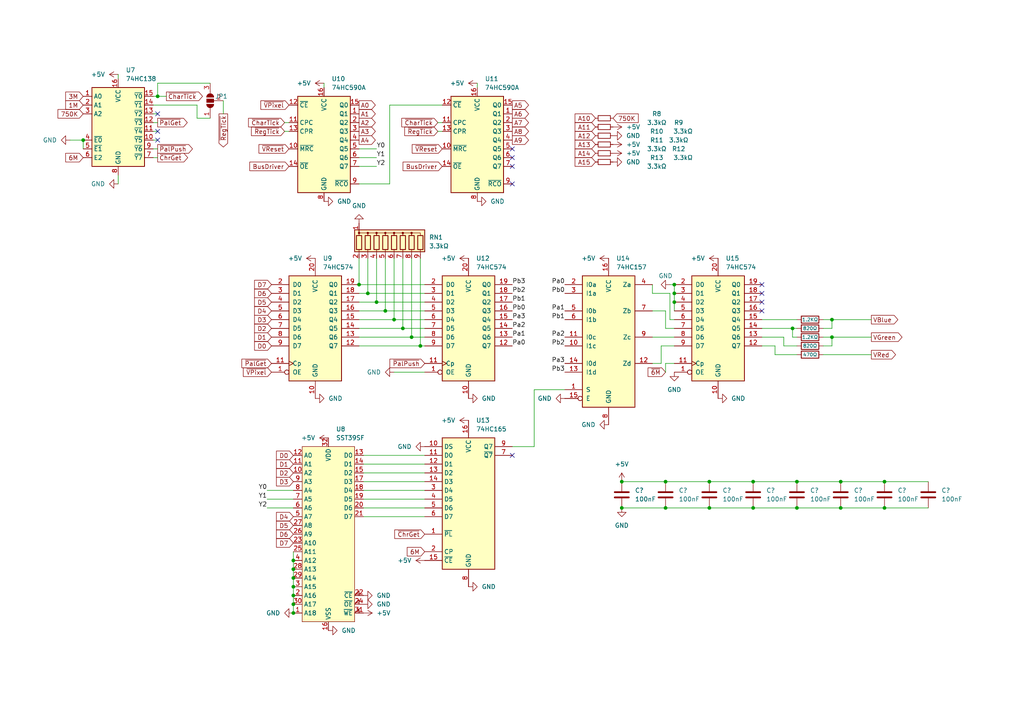
<source format=kicad_sch>
(kicad_sch (version 20230121) (generator eeschema)
  (paper "A4")
  (title_block (title "Video"))
  (lib_symbols
    (symbol "74xx:74HC138"
      (property "Reference" "U" (at -7.62 13.97 0))
      (property "Value" "74HC138" (at 2.54 -11.43 0))
      (symbol "74HC138_0_1"
        (rectangle (start -7.62 12.7) (end 7.62 -10.16) (stroke (width 0.254)) (fill (type background)))
      )
      (symbol "74HC138_1_1"
        (pin input line (at -10.16 10.16 0) (length 2.54) (name "A0") (number "1"))
        (pin output line (at 10.16 -2.54 180) (length 2.54) (name "~{Y5}") (number "10"))
        (pin output line (at 10.16 0 180) (length 2.54) (name "~{Y4}") (number "11"))
        (pin output line (at 10.16 2.54 180) (length 2.54) (name "~{Y3}") (number "12"))
        (pin output line (at 10.16 5.08 180) (length 2.54) (name "~{Y2}") (number "13"))
        (pin output line (at 10.16 7.62 180) (length 2.54) (name "~{Y1}") (number "14"))
        (pin output line (at 10.16 10.16 180) (length 2.54) (name "~{Y0}") (number "15"))
        (pin power_in line (at 0 15.24 270) (length 2.54) (name "VCC") (number "16"))
        (pin input line (at -10.16 7.62 0) (length 2.54) (name "A1") (number "2"))
        (pin input line (at -10.16 5.08 0) (length 2.54) (name "A2") (number "3"))
        (pin input line (at -10.16 -2.54 0) (length 2.54) (name "~{E0}") (number "4"))
        (pin input line (at -10.16 -5.08 0) (length 2.54) (name "~{E1}") (number "5"))
        (pin input line (at -10.16 -7.62 0) (length 2.54) (name "E2") (number "6"))
        (pin output line (at 10.16 -7.62 180) (length 2.54) (name "~{Y7}") (number "7"))
        (pin power_in line (at 0 -12.7 90) (length 2.54) (name "GND") (number "8"))
        (pin output line (at 10.16 -5.08 180) (length 2.54) (name "~{Y6}") (number "9"))
      )
    )
    (symbol "74xx:74HC165"
      (property "Reference" "U" (at -7.62 19.05 0))
      (property "Value" "74HC165" (at -7.62 -21.59 0))
      (symbol "74HC165_1_0"
        (pin input line (at -12.7 -10.16 0) (length 5.08) (name "~{PL}") (number "1"))
        (pin input line (at -12.7 15.24 0) (length 5.08) (name "DS") (number "10"))
        (pin input line (at -12.7 12.7 0) (length 5.08) (name "D0") (number "11"))
        (pin input line (at -12.7 10.16 0) (length 5.08) (name "D1") (number "12"))
        (pin input line (at -12.7 7.62 0) (length 5.08) (name "D2") (number "13"))
        (pin input line (at -12.7 5.08 0) (length 5.08) (name "D3") (number "14"))
        (pin input line (at -12.7 -17.78 0) (length 5.08) (name "~{CE}") (number "15"))
        (pin power_in line (at 0 22.86 270) (length 5.08) (name "VCC") (number "16"))
        (pin input line (at -12.7 -15.24 0) (length 5.08) (name "CP") (number "2"))
        (pin input line (at -12.7 2.54 0) (length 5.08) (name "D4") (number "3"))
        (pin input line (at -12.7 0 0) (length 5.08) (name "D5") (number "4"))
        (pin input line (at -12.7 -2.54 0) (length 5.08) (name "D6") (number "5"))
        (pin input line (at -12.7 -5.08 0) (length 5.08) (name "D7") (number "6"))
        (pin output line (at 12.7 12.7 180) (length 5.08) (name "~{Q7}") (number "7"))
        (pin power_in line (at 0 -25.4 90) (length 5.08) (name "GND") (number "8"))
        (pin output line (at 12.7 15.24 180) (length 5.08) (name "Q7") (number "9"))
      )
      (symbol "74HC165_1_1"
        (rectangle (start -7.62 17.78) (end 7.62 -20.32) (stroke (width 0.254)) (fill (type background)))
      )
    )
    (symbol "74xx:74HC590A"
      (property "Reference" "U" (at -7.62 16.51 0))
      (property "Value" "74HC590A" (at -7.62 -13.97 0))
      (symbol "74HC590A_1_0"
        (pin tri_state line (at 10.16 10.16 180) (length 2.54) (name "Q1") (number "1"))
        (pin input line (at -10.16 0 0) (length 2.54) (name "~{MRC}") (number "10"))
        (pin input line (at -10.16 7.62 0) (length 2.54) (name "CPC") (number "11"))
        (pin input line (at -10.16 12.7 0) (length 2.54) (name "~{CE}") (number "12"))
        (pin input line (at -10.16 5.08 0) (length 2.54) (name "CPR") (number "13"))
        (pin input line (at -10.16 -5.08 0) (length 2.54) (name "~{OE}") (number "14"))
        (pin tri_state line (at 10.16 12.7 180) (length 2.54) (name "Q0") (number "15"))
        (pin power_in line (at 0 17.78 270) (length 2.54) (name "VCC") (number "16"))
        (pin tri_state line (at 10.16 7.62 180) (length 2.54) (name "Q2") (number "2"))
        (pin tri_state line (at 10.16 5.08 180) (length 2.54) (name "Q3") (number "3"))
        (pin tri_state line (at 10.16 2.54 180) (length 2.54) (name "Q4") (number "4"))
        (pin tri_state line (at 10.16 0 180) (length 2.54) (name "Q5") (number "5"))
        (pin tri_state line (at 10.16 -2.54 180) (length 2.54) (name "Q6") (number "6"))
        (pin tri_state line (at 10.16 -5.08 180) (length 2.54) (name "Q7") (number "7"))
        (pin power_in line (at 0 -15.24 90) (length 2.54) (name "GND") (number "8"))
        (pin output line (at 10.16 -10.16 180) (length 2.54) (name "~{RCO}") (number "9"))
      )
      (symbol "74HC590A_1_1"
        (rectangle (start -7.62 15.24) (end 7.62 -12.7) (stroke (width 0.254)) (fill (type background)))
      )
    )
    (symbol "74xx:74HCT574" (pin_names (offset 1.016))
      (property "Reference" "U" (at -7.62 16.51 0))
      (property "Value" "74HCT574" (at -7.62 -16.51 0))
      (symbol "74HCT574_1_0"
        (pin input inverted (at -12.7 -12.7 0) (length 5.08) (name "OE") (number "1"))
        (pin power_in line (at 0 -20.32 90) (length 5.08) (name "GND") (number "10"))
        (pin input clock (at -12.7 -10.16 0) (length 5.08) (name "Cp") (number "11"))
        (pin tri_state line (at 12.7 -5.08 180) (length 5.08) (name "Q7") (number "12"))
        (pin tri_state line (at 12.7 -2.54 180) (length 5.08) (name "Q6") (number "13"))
        (pin tri_state line (at 12.7 0 180) (length 5.08) (name "Q5") (number "14"))
        (pin tri_state line (at 12.7 2.54 180) (length 5.08) (name "Q4") (number "15"))
        (pin tri_state line (at 12.7 5.08 180) (length 5.08) (name "Q3") (number "16"))
        (pin tri_state line (at 12.7 7.62 180) (length 5.08) (name "Q2") (number "17"))
        (pin tri_state line (at 12.7 10.16 180) (length 5.08) (name "Q1") (number "18"))
        (pin tri_state line (at 12.7 12.7 180) (length 5.08) (name "Q0") (number "19"))
        (pin input line (at -12.7 12.7 0) (length 5.08) (name "D0") (number "2"))
        (pin power_in line (at 0 20.32 270) (length 5.08) (name "VCC") (number "20"))
        (pin input line (at -12.7 10.16 0) (length 5.08) (name "D1") (number "3"))
        (pin input line (at -12.7 7.62 0) (length 5.08) (name "D2") (number "4"))
        (pin input line (at -12.7 5.08 0) (length 5.08) (name "D3") (number "5"))
        (pin input line (at -12.7 2.54 0) (length 5.08) (name "D4") (number "6"))
        (pin input line (at -12.7 0 0) (length 5.08) (name "D5") (number "7"))
        (pin input line (at -12.7 -2.54 0) (length 5.08) (name "D6") (number "8"))
        (pin input line (at -12.7 -5.08 0) (length 5.08) (name "D7") (number "9"))
      )
      (symbol "74HCT574_1_1"
        (rectangle (start -7.62 15.24) (end 7.62 -15.24) (stroke (width 0.254)) (fill (type background)))
      )
    )
    (symbol "74xx:74LS157" (pin_names (offset 1.016))
      (property "Reference" "U" (at -7.62 19.05 0))
      (property "Value" "74LS157" (at -7.62 -21.59 0))
      (symbol "74LS157_1_0"
        (pin input line (at -12.7 -15.24 0) (length 5.08) (name "S") (number "1"))
        (pin input line (at -12.7 -2.54 0) (length 5.08) (name "I1c") (number "10"))
        (pin input line (at -12.7 0 0) (length 5.08) (name "I0c") (number "11"))
        (pin output line (at 12.7 -7.62 180) (length 5.08) (name "Zd") (number "12"))
        (pin input line (at -12.7 -10.16 0) (length 5.08) (name "I1d") (number "13"))
        (pin input line (at -12.7 -7.62 0) (length 5.08) (name "I0d") (number "14"))
        (pin input inverted (at -12.7 -17.78 0) (length 5.08) (name "E") (number "15"))
        (pin power_in line (at 0 22.86 270) (length 5.08) (name "VCC") (number "16"))
        (pin input line (at -12.7 15.24 0) (length 5.08) (name "I0a") (number "2"))
        (pin input line (at -12.7 12.7 0) (length 5.08) (name "I1a") (number "3"))
        (pin output line (at 12.7 15.24 180) (length 5.08) (name "Za") (number "4"))
        (pin input line (at -12.7 7.62 0) (length 5.08) (name "I0b") (number "5"))
        (pin input line (at -12.7 5.08 0) (length 5.08) (name "I1b") (number "6"))
        (pin output line (at 12.7 7.62 180) (length 5.08) (name "Zb") (number "7"))
        (pin power_in line (at 0 -25.4 90) (length 5.08) (name "GND") (number "8"))
        (pin output line (at 12.7 0 180) (length 5.08) (name "Zc") (number "9"))
      )
      (symbol "74LS157_1_1"
        (rectangle (start -7.62 17.78) (end 7.62 -20.32) (stroke (width 0.254)) (fill (type background)))
      )
    )
    (symbol "Device:C" (pin_numbers hide) (pin_names (offset 0.254))
      (property "Reference" "C" (at 0.635 2.54 0))
      (property "Value" "C" (at 0.635 -2.54 0))
      (symbol "C_0_1"
        (polyline (pts (xy -2.032 -0.762) (xy 2.032 -0.762)) (stroke (width 0.508)))
        (polyline (pts (xy -2.032 0.762) (xy 2.032 0.762)) (stroke (width 0.508)))
      )
      (symbol "C_1_1"
        (pin passive line (at 0 3.81 270) (length 2.794) (name "~") (number "1"))
        (pin passive line (at 0 -3.81 90) (length 2.794) (name "~") (number "2"))
      )
    )
    (symbol "Device:R" (pin_numbers hide) (pin_names (offset 0))
      (property "Reference" "R" (at 2.032 0 90))
      (property "Value" "R" (at 0 0 90))
      (symbol "R_0_1"
        (rectangle (start -1.016 -2.54) (end 1.016 2.54) (stroke (width 0.254)))
      )
      (symbol "R_1_1"
        (pin passive line (at 0 3.81 270) (length 1.27) (name "~") (number "1"))
        (pin passive line (at 0 -3.81 90) (length 1.27) (name "~") (number "2"))
      )
    )
    (symbol "Device:R_Network08" (pin_names (offset 0) hide)
      (property "Reference" "RN" (at -12.7 0 90))
      (property "Value" "R_Network08" (at 10.16 0 90))
      (symbol "R_Network08_0_1"
        (rectangle (start -11.43 -3.175) (end 8.89 3.175) (stroke (width 0.254)) (fill (type background)))
        (rectangle (start -10.922 1.524) (end -9.398 -2.54) (stroke (width 0.254)))
        (circle (center -10.16 2.286) (radius 0.254) (fill (type outline)))
        (rectangle (start -8.382 1.524) (end -6.858 -2.54) (stroke (width 0.254)))
        (circle (center -7.62 2.286) (radius 0.254) (fill (type outline)))
        (rectangle (start -5.842 1.524) (end -4.318 -2.54) (stroke (width 0.254)))
        (circle (center -5.08 2.286) (radius 0.254) (fill (type outline)))
        (rectangle (start -3.302 1.524) (end -1.778 -2.54) (stroke (width 0.254)))
        (circle (center -2.54 2.286) (radius 0.254) (fill (type outline)))
        (rectangle (start -0.762 1.524) (end 0.762 -2.54) (stroke (width 0.254)))
        (polyline (pts (xy -10.16 -2.54) (xy -10.16 -3.81)))
        (polyline (pts (xy -7.62 -2.54) (xy -7.62 -3.81)))
        (polyline (pts (xy -5.08 -2.54) (xy -5.08 -3.81)))
        (polyline (pts (xy -2.54 -2.54) (xy -2.54 -3.81)))
        (polyline (pts (xy 0 -2.54) (xy 0 -3.81)))
        (polyline (pts (xy 2.54 -2.54) (xy 2.54 -3.81)))
        (polyline (pts (xy 5.08 -2.54) (xy 5.08 -3.81)))
        (polyline (pts (xy 7.62 -2.54) (xy 7.62 -3.81)))
        (polyline (pts (xy -10.16 1.524) (xy -10.16 2.286) (xy -7.62 2.286) (xy -7.62 1.524)))
        (polyline (pts (xy -7.62 1.524) (xy -7.62 2.286) (xy -5.08 2.286) (xy -5.08 1.524)))
        (polyline (pts (xy -5.08 1.524) (xy -5.08 2.286) (xy -2.54 2.286) (xy -2.54 1.524)))
        (polyline (pts (xy -2.54 1.524) (xy -2.54 2.286) (xy 0 2.286) (xy 0 1.524)))
        (polyline (pts (xy 0 1.524) (xy 0 2.286) (xy 2.54 2.286) (xy 2.54 1.524)))
        (polyline (pts (xy 2.54 1.524) (xy 2.54 2.286) (xy 5.08 2.286) (xy 5.08 1.524)))
        (polyline (pts (xy 5.08 1.524) (xy 5.08 2.286) (xy 7.62 2.286) (xy 7.62 1.524)))
        (circle (center 0 2.286) (radius 0.254) (fill (type outline)))
        (rectangle (start 1.778 1.524) (end 3.302 -2.54) (stroke (width 0.254)))
        (circle (center 2.54 2.286) (radius 0.254) (fill (type outline)))
        (rectangle (start 4.318 1.524) (end 5.842 -2.54) (stroke (width 0.254)))
        (circle (center 5.08 2.286) (radius 0.254) (fill (type outline)))
        (rectangle (start 6.858 1.524) (end 8.382 -2.54) (stroke (width 0.254)))
      )
      (symbol "R_Network08_1_1"
        (pin passive line (at -10.16 5.08 270) (length 2.54) (name "common") (number "1"))
        (pin passive line (at -10.16 -5.08 90) (length 1.27) (name "R1") (number "2"))
        (pin passive line (at -7.62 -5.08 90) (length 1.27) (name "R2") (number "3"))
        (pin passive line (at -5.08 -5.08 90) (length 1.27) (name "R3") (number "4"))
        (pin passive line (at -2.54 -5.08 90) (length 1.27) (name "R4") (number "5"))
        (pin passive line (at 0 -5.08 90) (length 1.27) (name "R5") (number "6"))
        (pin passive line (at 2.54 -5.08 90) (length 1.27) (name "R6") (number "7"))
        (pin passive line (at 5.08 -5.08 90) (length 1.27) (name "R7") (number "8"))
        (pin passive line (at 7.62 -5.08 90) (length 1.27) (name "R8") (number "9"))
      )
    )
    (symbol "Device:R_Small" (pin_numbers hide) (pin_names (offset 0.254) hide)
      (property "Reference" "R" (at 0.762 0.508 0))
      (property "Value" "R_Small" (at 0.762 -1.016 0))
      (symbol "R_Small_0_1"
        (rectangle (start -0.762 1.778) (end 0.762 -1.778) (stroke (width 0.2032)))
      )
      (symbol "R_Small_1_1"
        (pin passive line (at 0 2.54 270) (length 0.762) (name "~") (number "1"))
        (pin passive line (at 0 -2.54 90) (length 0.762) (name "~") (number "2"))
      )
    )
    (symbol "Jumper:SolderJumper_3_Open" (pin_names (offset 0) hide)
      (property "Reference" "JP" (at -2.54 -2.54 0))
      (property "Value" "SolderJumper_3_Open" (at 0 2.794 0))
      (symbol "SolderJumper_3_Open_0_1"
        (arc (start -1.016 1.016) (mid -2.0276 0) (end -1.016 -1.016))
        (arc (start -1.016 1.016) (mid -2.0276 0) (end -1.016 -1.016) (fill (type outline)))
        (rectangle (start -0.508 1.016) (end 0.508 -1.016) (fill (type outline)))
        (polyline (pts (xy -2.54 0) (xy -2.032 0)))
        (polyline (pts (xy -1.016 1.016) (xy -1.016 -1.016)))
        (polyline (pts (xy 0 -1.27) (xy 0 -1.016)))
        (polyline (pts (xy 1.016 1.016) (xy 1.016 -1.016)))
        (polyline (pts (xy 2.54 0) (xy 2.032 0)))
        (arc (start 1.016 -1.016) (mid 2.0276 0) (end 1.016 1.016))
        (arc (start 1.016 -1.016) (mid 2.0276 0) (end 1.016 1.016) (fill (type outline)))
      )
      (symbol "SolderJumper_3_Open_1_1"
        (pin passive line (at -5.08 0 0) (length 2.54) (name "A") (number "1"))
        (pin passive line (at 0 -3.81 90) (length 2.54) (name "C") (number "2"))
        (pin passive line (at 5.08 0 180) (length 2.54) (name "B") (number "3"))
      )
    )
    (symbol "Memory_Lib:SST39SF040"
      (property "Reference" "U" (at 11.43 54.61 0))
      (property "Value" "SST39SF040" (at 19.05 52.07 0))
      (symbol "SST39SF040_1_1"
        (rectangle (start 0 50.8) (end 15.24 0) (fill (type background)))
        (pin input line (at -2.54 2.54 0) (length 2.54) (name "A18") (number "1"))
        (pin input line (at -2.54 43.18 0) (length 2.54) (name "A2") (number "10"))
        (pin input line (at -2.54 45.72 0) (length 2.54) (name "A1") (number "11"))
        (pin input line (at -2.54 48.26 0) (length 2.54) (name "A0") (number "12"))
        (pin bidirectional line (at 17.78 48.26 180) (length 2.54) (name "D0") (number "13"))
        (pin bidirectional line (at 17.78 45.72 180) (length 2.54) (name "D1") (number "14"))
        (pin bidirectional line (at 17.78 43.18 180) (length 2.54) (name "D2") (number "15"))
        (pin power_in line (at 7.62 -2.54 90) (length 2.54) (name "VSS") (number "16"))
        (pin bidirectional line (at 17.78 40.64 180) (length 2.54) (name "D3") (number "17"))
        (pin bidirectional line (at 17.78 38.1 180) (length 2.54) (name "D4") (number "18"))
        (pin bidirectional line (at 17.78 35.56 180) (length 2.54) (name "D5") (number "19"))
        (pin input line (at -2.54 7.62 0) (length 2.54) (name "A16") (number "2"))
        (pin bidirectional line (at 17.78 33.02 180) (length 2.54) (name "D6") (number "20"))
        (pin bidirectional line (at 17.78 30.48 180) (length 2.54) (name "D7") (number "21"))
        (pin input input_low (at 17.78 7.62 180) (length 2.54) (name "~{CE}") (number "22"))
        (pin input line (at -2.54 22.86 0) (length 2.54) (name "A10") (number "23"))
        (pin input input_low (at 17.78 5.08 180) (length 2.54) (name "~{OE}") (number "24"))
        (pin input line (at -2.54 20.32 0) (length 2.54) (name "A11") (number "25"))
        (pin input line (at -2.54 25.4 0) (length 2.54) (name "A9") (number "26"))
        (pin input line (at -2.54 27.94 0) (length 2.54) (name "A8") (number "27"))
        (pin input line (at -2.54 15.24 0) (length 2.54) (name "A13") (number "28"))
        (pin input line (at -2.54 12.7 0) (length 2.54) (name "A14") (number "29"))
        (pin input line (at -2.54 10.16 0) (length 2.54) (name "A15") (number "3"))
        (pin input line (at -2.54 5.08 0) (length 2.54) (name "A17") (number "30"))
        (pin input input_low (at 17.78 2.54 180) (length 2.54) (name "~{WE}") (number "31"))
        (pin power_in line (at 7.62 53.34 270) (length 2.54) (name "VDD") (number "32"))
        (pin input line (at -2.54 17.78 0) (length 2.54) (name "A12") (number "4"))
        (pin input line (at -2.54 30.48 0) (length 2.54) (name "A7") (number "5"))
        (pin input line (at -2.54 33.02 0) (length 2.54) (name "A6") (number "6"))
        (pin input line (at -2.54 35.56 0) (length 2.54) (name "A5") (number "7"))
        (pin input line (at -2.54 38.1 0) (length 2.54) (name "A4") (number "8"))
        (pin input line (at -2.54 40.64 0) (length 2.54) (name "A3") (number "9"))
      )
    )
    (symbol "power:+5V" (power) (pin_names (offset 0))
      (property "Value" "+5V" (at 0 3.556 0))
      (symbol "+5V_0_1"
        (polyline (pts (xy -0.762 1.27) (xy 0 2.54)))
        (polyline (pts (xy 0 0) (xy 0 2.54)))
        (polyline (pts (xy 0 2.54) (xy 0.762 1.27)))
      )
      (symbol "+5V_1_1"
        (pin power_in line (at 0 0 90) (length 0) hide (name "+5V") (number "1"))
      )
    )
    (symbol "power:GND" (power) (pin_names (offset 0))
      (property "Value" "GND" (at 0 -3.81 0))
      (symbol "GND_0_1"
        (polyline (pts (xy 0 0) (xy 0 -1.27) (xy 1.27 -1.27) (xy 0 -2.54) (xy -1.27 -1.27) (xy 0 -1.27)))
      )
      (symbol "GND_1_1"
        (pin power_in line (at 0 0 270) (length 0) hide (name "GND") (number "1"))
      )
    )
  )
  (junction (at 85.09 177.8))
  (junction (at 195.58 82.55))
  (junction (at 243.84 147.32))
  (junction (at 104.14 82.55))
  (junction (at 85.09 170.18))
  (junction (at 85.09 165.1))
  (junction (at 241.3 92.71))
  (junction (at 85.09 162.56))
  (junction (at 256.54 147.32))
  (junction (at 205.74 147.32))
  (junction (at 231.14 139.7))
  (junction (at 205.74 139.7))
  (junction (at 85.09 175.26))
  (junction (at 218.44 139.7))
  (junction (at 114.3 92.71))
  (junction (at 256.54 139.7))
  (junction (at 85.09 167.64))
  (junction (at 45.72 27.94))
  (junction (at 121.92 100.33))
  (junction (at 111.76 90.17))
  (junction (at 241.3 97.79))
  (junction (at 85.09 172.72))
  (junction (at 180.34 139.7))
  (junction (at 218.44 147.32))
  (junction (at 116.84 95.25))
  (junction (at 180.34 147.32))
  (junction (at 231.14 147.32))
  (junction (at 195.58 87.63))
  (junction (at 193.04 147.32))
  (junction (at 195.58 85.09))
  (junction (at 109.22 87.63))
  (junction (at 119.38 97.79))
  (junction (at 24.13 40.64))
  (junction (at 243.84 139.7))
  (junction (at 106.68 85.09))
  (junction (at 193.04 139.7))
  (junction (at 229.87 95.25))
  (no_connect (at 45.72 33.02))
  (no_connect (at 220.98 90.17))
  (no_connect (at 220.98 85.09))
  (no_connect (at 45.72 38.1))
  (no_connect (at 220.98 87.63))
  (no_connect (at 220.98 82.55))
  (no_connect (at 148.59 53.34))
  (no_connect (at 148.59 43.18))
  (no_connect (at 148.59 45.72))
  (no_connect (at 148.59 132.08))
  (no_connect (at 45.72 40.64))
  (no_connect (at 148.59 48.26))
  (wire (pts (xy 194.31 85.09) (xy 194.31 92.71)))
  (wire (pts (xy 195.58 82.55) (xy 195.58 85.09)))
  (wire (pts (xy 105.41 142.24) (xy 123.19 142.24)))
  (wire (pts (xy 193.04 107.95) (xy 193.04 105.41)))
  (wire (pts (xy 85.09 160.02) (xy 85.09 162.56)))
  (wire (pts (xy 138.43 24.13) (xy 138.43 25.4)))
  (wire (pts (xy 218.44 147.32) (xy 231.14 147.32)))
  (wire (pts (xy 104.14 53.34) (xy 113.03 53.34)))
  (wire (pts (xy 231.14 97.79) (xy 229.87 97.79)))
  (wire (pts (xy 105.41 149.86) (xy 123.19 149.86)))
  (wire (pts (xy 243.84 147.32) (xy 256.54 147.32)))
  (wire (pts (xy 106.68 85.09) (xy 104.14 85.09)))
  (wire (pts (xy 111.76 74.93) (xy 111.76 90.17)))
  (wire (pts (xy 238.76 95.25) (xy 241.3 95.25)))
  (wire (pts (xy 189.23 105.41) (xy 191.77 105.41)))
  (wire (pts (xy 111.76 90.17) (xy 104.14 90.17)))
  (wire (pts (xy 180.34 147.32) (xy 193.04 147.32)))
  (wire (pts (xy 85.09 172.72) (xy 85.09 175.26)))
  (wire (pts (xy 48.26 27.94) (xy 45.72 27.94)))
  (wire (pts (xy 189.23 85.09) (xy 194.31 85.09)))
  (wire (pts (xy 121.92 100.33) (xy 104.14 100.33)))
  (wire (pts (xy 189.23 82.55) (xy 189.23 85.09)))
  (wire (pts (xy 218.44 139.7) (xy 231.14 139.7)))
  (wire (pts (xy 123.19 107.95) (xy 114.3 107.95)))
  (wire (pts (xy 238.76 92.71) (xy 241.3 92.71)))
  (wire (pts (xy 193.04 139.7) (xy 205.74 139.7)))
  (wire (pts (xy 241.3 97.79) (xy 252.73 97.79)))
  (wire (pts (xy 195.58 87.63) (xy 195.58 90.17)))
  (wire (pts (xy 123.19 90.17) (xy 111.76 90.17)))
  (wire (pts (xy 105.41 134.62) (xy 123.19 134.62)))
  (wire (pts (xy 85.09 162.56) (xy 85.09 165.1)))
  (wire (pts (xy 227.33 100.33) (xy 231.14 100.33)))
  (wire (pts (xy 85.09 167.64) (xy 85.09 170.18)))
  (wire (pts (xy 45.72 33.02) (xy 44.45 33.02)))
  (wire (pts (xy 154.94 129.54) (xy 154.94 113.03)))
  (wire (pts (xy 85.09 165.1) (xy 85.09 167.64)))
  (wire (pts (xy 105.41 132.08) (xy 123.19 132.08)))
  (wire (pts (xy 191.77 100.33) (xy 195.58 100.33)))
  (wire (pts (xy 20.32 40.64) (xy 24.13 40.64)))
  (wire (pts (xy 195.58 95.25) (xy 193.04 95.25)))
  (wire (pts (xy 123.19 82.55) (xy 104.14 82.55)))
  (wire (pts (xy 116.84 74.93) (xy 116.84 95.25)))
  (wire (pts (xy 220.98 92.71) (xy 231.14 92.71)))
  (wire (pts (xy 189.23 90.17) (xy 193.04 90.17)))
  (wire (pts (xy 154.94 113.03) (xy 163.83 113.03)))
  (wire (pts (xy 105.41 139.7) (xy 123.19 139.7)))
  (wire (pts (xy 77.47 147.32) (xy 85.09 147.32)))
  (wire (pts (xy 227.33 97.79) (xy 227.33 100.33)))
  (wire (pts (xy 109.22 43.18) (xy 104.14 43.18)))
  (wire (pts (xy 123.19 100.33) (xy 121.92 100.33)))
  (wire (pts (xy 85.09 175.26) (xy 85.09 177.8)))
  (wire (pts (xy 114.3 92.71) (xy 104.14 92.71)))
  (wire (pts (xy 180.34 139.7) (xy 193.04 139.7)))
  (wire (pts (xy 231.14 147.32) (xy 243.84 147.32)))
  (wire (pts (xy 104.14 74.93) (xy 104.14 82.55)))
  (wire (pts (xy 220.98 97.79) (xy 227.33 97.79)))
  (wire (pts (xy 123.19 97.79) (xy 119.38 97.79)))
  (wire (pts (xy 106.68 74.93) (xy 106.68 85.09)))
  (wire (pts (xy 241.3 92.71) (xy 241.3 95.25)))
  (wire (pts (xy 191.77 105.41) (xy 191.77 100.33)))
  (wire (pts (xy 77.47 142.24) (xy 85.09 142.24)))
  (wire (pts (xy 229.87 95.25) (xy 231.14 95.25)))
  (wire (pts (xy 241.3 92.71) (xy 252.73 92.71)))
  (wire (pts (xy 45.72 27.94) (xy 44.45 27.94)))
  (wire (pts (xy 45.72 43.18) (xy 44.45 43.18)))
  (wire (pts (xy 127 35.56) (xy 128.27 35.56)))
  (wire (pts (xy 123.19 92.71) (xy 114.3 92.71)))
  (wire (pts (xy 116.84 95.25) (xy 104.14 95.25)))
  (wire (pts (xy 34.29 21.59) (xy 34.29 22.86)))
  (wire (pts (xy 194.31 82.55) (xy 195.58 82.55)))
  (wire (pts (xy 45.72 40.64) (xy 44.45 40.64)))
  (wire (pts (xy 224.79 100.33) (xy 224.79 102.87)))
  (wire (pts (xy 224.79 102.87) (xy 231.14 102.87)))
  (wire (pts (xy 256.54 139.7) (xy 269.24 139.7)))
  (wire (pts (xy 148.59 129.54) (xy 154.94 129.54)))
  (wire (pts (xy 193.04 95.25) (xy 193.04 90.17)))
  (wire (pts (xy 45.72 24.13) (xy 45.72 27.94)))
  (wire (pts (xy 123.19 85.09) (xy 106.68 85.09)))
  (wire (pts (xy 121.92 74.93) (xy 121.92 100.33)))
  (wire (pts (xy 194.31 92.71) (xy 195.58 92.71)))
  (wire (pts (xy 34.29 53.34) (xy 34.29 50.8)))
  (wire (pts (xy 238.76 97.79) (xy 241.3 97.79)))
  (wire (pts (xy 45.72 35.56) (xy 44.45 35.56)))
  (wire (pts (xy 229.87 95.25) (xy 229.87 97.79)))
  (wire (pts (xy 127 38.1) (xy 128.27 38.1)))
  (wire (pts (xy 82.55 38.1) (xy 83.82 38.1)))
  (wire (pts (xy 60.96 34.29) (xy 57.15 34.29)))
  (wire (pts (xy 119.38 97.79) (xy 104.14 97.79)))
  (wire (pts (xy 113.03 30.48) (xy 128.27 30.48)))
  (wire (pts (xy 57.15 34.29) (xy 57.15 30.48)))
  (wire (pts (xy 105.41 144.78) (xy 123.19 144.78)))
  (wire (pts (xy 45.72 45.72) (xy 44.45 45.72)))
  (wire (pts (xy 44.45 30.48) (xy 57.15 30.48)))
  (wire (pts (xy 114.3 74.93) (xy 114.3 92.71)))
  (wire (pts (xy 109.22 74.93) (xy 109.22 87.63)))
  (wire (pts (xy 24.13 40.64) (xy 24.13 43.18)))
  (wire (pts (xy 195.58 85.09) (xy 195.58 87.63)))
  (wire (pts (xy 238.76 102.87) (xy 252.73 102.87)))
  (wire (pts (xy 238.76 100.33) (xy 241.3 100.33)))
  (wire (pts (xy 60.96 24.13) (xy 45.72 24.13)))
  (wire (pts (xy 64.77 33.02) (xy 64.77 29.21)))
  (wire (pts (xy 45.72 38.1) (xy 44.45 38.1)))
  (wire (pts (xy 119.38 74.93) (xy 119.38 97.79)))
  (wire (pts (xy 82.55 35.56) (xy 83.82 35.56)))
  (wire (pts (xy 105.41 137.16) (xy 123.19 137.16)))
  (wire (pts (xy 220.98 95.25) (xy 229.87 95.25)))
  (wire (pts (xy 85.09 170.18) (xy 85.09 172.72)))
  (wire (pts (xy 205.74 139.7) (xy 218.44 139.7)))
  (wire (pts (xy 109.22 45.72) (xy 104.14 45.72)))
  (wire (pts (xy 231.14 139.7) (xy 243.84 139.7)))
  (wire (pts (xy 205.74 147.32) (xy 218.44 147.32)))
  (wire (pts (xy 105.41 147.32) (xy 123.19 147.32)))
  (wire (pts (xy 193.04 147.32) (xy 205.74 147.32)))
  (wire (pts (xy 189.23 97.79) (xy 195.58 97.79)))
  (wire (pts (xy 109.22 87.63) (xy 104.14 87.63)))
  (wire (pts (xy 123.19 95.25) (xy 116.84 95.25)))
  (wire (pts (xy 256.54 147.32) (xy 269.24 147.32)))
  (wire (pts (xy 77.47 144.78) (xy 85.09 144.78)))
  (wire (pts (xy 113.03 53.34) (xy 113.03 30.48)))
  (wire (pts (xy 193.04 105.41) (xy 195.58 105.41)))
  (wire (pts (xy 93.98 24.13) (xy 93.98 25.4)))
  (wire (pts (xy 241.3 100.33) (xy 241.3 97.79)))
  (wire (pts (xy 220.98 100.33) (xy 224.79 100.33)))
  (wire (pts (xy 243.84 139.7) (xy 256.54 139.7)))
  (wire (pts (xy 109.22 48.26) (xy 104.14 48.26)))
  (wire (pts (xy 123.19 87.63) (xy 109.22 87.63)))
  (label "Pa1" (at 148.59 97.79 0))
  (label "Y0" (at 77.47 142.24 180))
  (label "Pa2" (at 148.59 95.25 0))
  (label "Pb0" (at 148.59 90.17 0))
  (label "Pb2" (at 148.59 85.09 0))
  (label "Pa3" (at 163.83 105.41 180))
  (label "Pb3" (at 163.83 107.95 180))
  (label "Y1" (at 109.22 45.72 0))
  (label "Pa2" (at 163.83 97.79 180))
  (label "Y0" (at 109.22 43.18 0))
  (label "Pa0" (at 148.59 100.33 0))
  (label "Pb0" (at 163.83 85.09 180))
  (label "Pb1" (at 148.59 87.63 0))
  (label "Y1" (at 77.47 144.78 180))
  (label "Y2" (at 77.47 147.32 180))
  (label "Pb1" (at 163.83 92.71 180))
  (label "Pa0" (at 163.83 82.55 180))
  (label "Pa3" (at 148.59 92.71 0))
  (label "Pb3" (at 148.59 82.55 0))
  (label "Pb2" (at 163.83 100.33 180))
  (label "Pa1" (at 163.83 90.17 180))
  (label "Y2" (at 109.22 48.26 0))
  (global_label "A10" (shape input) (at 172.72 34.29 180) (property "Intersheetrefs" "${INTERSHEET_REFS}" (effects hide)))
  (global_label "D4" (shape input) (at 78.74 90.17 180) (property "Intersheetrefs" "${INTERSHEET_REFS}" (effects hide)))
  (global_label "A4" (shape output) (at 104.14 40.64 0) (property "Intersheetrefs" "${INTERSHEET_REFS}" (effects hide)))
  (global_label "A14" (shape input) (at 172.72 44.45 180) (property "Intersheetrefs" "${INTERSHEET_REFS}" (effects hide)))
  (global_label "A0" (shape output) (at 104.14 30.48 0) (property "Intersheetrefs" "${INTERSHEET_REFS}" (effects hide)))
  (global_label "~{VPixel}" (shape input) (at 83.82 30.48 180) (property "Intersheetrefs" "${INTERSHEET_REFS}" (effects hide)))
  (global_label "6M" (shape input) (at 24.13 45.72 180) (property "Intersheetrefs" "${INTERSHEET_REFS}" (effects hide)))
  (global_label "VGreen" (shape output) (at 252.73 97.79 0) (property "Intersheetrefs" "${INTERSHEET_REFS}" (effects hide)))
  (global_label "~{RegTick}" (shape input) (at 82.55 38.1 180) (property "Intersheetrefs" "${INTERSHEET_REFS}" (effects hide)))
  (global_label "~{PalPush}" (shape input) (at 123.19 105.41 180) (property "Intersheetrefs" "${INTERSHEET_REFS}" (effects hide)))
  (global_label "VRed" (shape output) (at 252.73 102.87 0) (property "Intersheetrefs" "${INTERSHEET_REFS}" (effects hide)))
  (global_label "BusDriver" (shape input) (at 128.27 48.26 180) (property "Intersheetrefs" "${INTERSHEET_REFS}" (effects hide)))
  (global_label "D3" (shape input) (at 78.74 92.71 180) (property "Intersheetrefs" "${INTERSHEET_REFS}" (effects hide)))
  (global_label "~{PalGet}" (shape output) (at 45.72 35.56 0) (property "Intersheetrefs" "${INTERSHEET_REFS}" (effects hide)))
  (global_label "~{CharTick}" (shape output) (at 48.26 27.94 0) (property "Intersheetrefs" "${INTERSHEET_REFS}" (effects hide)))
  (global_label "D2" (shape input) (at 85.09 137.16 180) (property "Intersheetrefs" "${INTERSHEET_REFS}" (effects hide)))
  (global_label "A11" (shape input) (at 172.72 36.83 180) (property "Intersheetrefs" "${INTERSHEET_REFS}" (effects hide)))
  (global_label "~{VReset}" (shape input) (at 83.82 43.18 180) (property "Intersheetrefs" "${INTERSHEET_REFS}" (effects hide)))
  (global_label "~{RegTick}" (shape input) (at 127 38.1 180) (property "Intersheetrefs" "${INTERSHEET_REFS}" (effects hide)))
  (global_label "~{CharTick}" (shape input) (at 127 35.56 180) (property "Intersheetrefs" "${INTERSHEET_REFS}" (effects hide)))
  (global_label "D4" (shape input) (at 85.09 149.86 180) (property "Intersheetrefs" "${INTERSHEET_REFS}" (effects hide)))
  (global_label "~{ChrGet}" (shape input) (at 123.19 154.94 180) (property "Intersheetrefs" "${INTERSHEET_REFS}" (effects hide)))
  (global_label "A9" (shape output) (at 148.59 40.64 0) (property "Intersheetrefs" "${INTERSHEET_REFS}" (effects hide)))
  (global_label "D0" (shape input) (at 78.74 100.33 180) (property "Intersheetrefs" "${INTERSHEET_REFS}" (effects hide)))
  (global_label "D5" (shape input) (at 85.09 152.4 180) (property "Intersheetrefs" "${INTERSHEET_REFS}" (effects hide)))
  (global_label "1M" (shape input) (at 24.13 30.48 180) (property "Intersheetrefs" "${INTERSHEET_REFS}" (effects hide)))
  (global_label "~{CharTick}" (shape input) (at 82.55 35.56 180) (property "Intersheetrefs" "${INTERSHEET_REFS}" (effects hide)))
  (global_label "A1" (shape output) (at 104.14 33.02 0) (property "Intersheetrefs" "${INTERSHEET_REFS}" (effects hide)))
  (global_label "D5" (shape input) (at 78.74 87.63 180) (property "Intersheetrefs" "${INTERSHEET_REFS}" (effects hide)))
  (global_label "D1" (shape input) (at 85.09 134.62 180) (property "Intersheetrefs" "${INTERSHEET_REFS}" (effects hide)))
  (global_label "A2" (shape output) (at 104.14 35.56 0) (property "Intersheetrefs" "${INTERSHEET_REFS}" (effects hide)))
  (global_label "D3" (shape input) (at 85.09 139.7 180) (property "Intersheetrefs" "${INTERSHEET_REFS}" (effects hide)))
  (global_label "A5" (shape output) (at 148.59 30.48 0) (property "Intersheetrefs" "${INTERSHEET_REFS}" (effects hide)))
  (global_label "D2" (shape input) (at 78.74 95.25 180) (property "Intersheetrefs" "${INTERSHEET_REFS}" (effects hide)))
  (global_label "D6" (shape input) (at 78.74 85.09 180) (property "Intersheetrefs" "${INTERSHEET_REFS}" (effects hide)))
  (global_label "~{PalPush}" (shape output) (at 45.72 43.18 0) (property "Intersheetrefs" "${INTERSHEET_REFS}" (effects hide)))
  (global_label "~{VReset}" (shape input) (at 128.27 43.18 180) (property "Intersheetrefs" "${INTERSHEET_REFS}" (effects hide)))
  (global_label "~{VPixel}" (shape input) (at 78.74 107.95 180) (property "Intersheetrefs" "${INTERSHEET_REFS}" (effects hide)))
  (global_label "VBlue" (shape output) (at 252.73 92.71 0) (property "Intersheetrefs" "${INTERSHEET_REFS}" (effects hide)))
  (global_label "~{ChrGet}" (shape output) (at 45.72 45.72 0) (property "Intersheetrefs" "${INTERSHEET_REFS}" (effects hide)))
  (global_label "A6" (shape output) (at 148.59 33.02 0) (property "Intersheetrefs" "${INTERSHEET_REFS}" (effects hide)))
  (global_label "750K" (shape input) (at 24.13 33.02 180) (property "Intersheetrefs" "${INTERSHEET_REFS}" (effects hide)))
  (global_label "750K" (shape input) (at 177.8 34.29 0) (property "Intersheetrefs" "${INTERSHEET_REFS}" (effects hide)))
  (global_label "D7" (shape input) (at 78.74 82.55 180) (property "Intersheetrefs" "${INTERSHEET_REFS}" (effects hide)))
  (global_label "BusDriver" (shape input) (at 83.82 48.26 180) (property "Intersheetrefs" "${INTERSHEET_REFS}" (effects hide)))
  (global_label "~{6M}" (shape input) (at 193.04 107.95 180) (property "Intersheetrefs" "${INTERSHEET_REFS}" (effects hide)))
  (global_label "A12" (shape input) (at 172.72 39.37 180) (property "Intersheetrefs" "${INTERSHEET_REFS}" (effects hide)))
  (global_label "A8" (shape output) (at 148.59 38.1 0) (property "Intersheetrefs" "${INTERSHEET_REFS}" (effects hide)))
  (global_label "6M" (shape input) (at 123.19 160.02 180) (property "Intersheetrefs" "${INTERSHEET_REFS}" (effects hide)))
  (global_label "~{RegTick}" (shape output) (at 64.77 33.02 270) (property "Intersheetrefs" "${INTERSHEET_REFS}" (effects hide)))
  (global_label "~{PalGet}" (shape input) (at 78.74 105.41 180) (property "Intersheetrefs" "${INTERSHEET_REFS}" (effects hide)))
  (global_label "D7" (shape input) (at 85.09 157.48 180) (property "Intersheetrefs" "${INTERSHEET_REFS}" (effects hide)))
  (global_label "A13" (shape input) (at 172.72 41.91 180) (property "Intersheetrefs" "${INTERSHEET_REFS}" (effects hide)))
  (global_label "A15" (shape input) (at 172.72 46.99 180) (property "Intersheetrefs" "${INTERSHEET_REFS}" (effects hide)))
  (global_label "A7" (shape output) (at 148.59 35.56 0) (property "Intersheetrefs" "${INTERSHEET_REFS}" (effects hide)))
  (global_label "3M" (shape input) (at 24.13 27.94 180) (property "Intersheetrefs" "${INTERSHEET_REFS}" (effects hide)))
  (global_label "D0" (shape input) (at 85.09 132.08 180) (property "Intersheetrefs" "${INTERSHEET_REFS}" (effects hide)))
  (global_label "D1" (shape input) (at 78.74 97.79 180) (property "Intersheetrefs" "${INTERSHEET_REFS}" (effects hide)))
  (global_label "A3" (shape output) (at 104.14 38.1 0) (property "Intersheetrefs" "${INTERSHEET_REFS}" (effects hide)))
  (global_label "D6" (shape input) (at 85.09 154.94 180) (property "Intersheetrefs" "${INTERSHEET_REFS}" (effects hide)))
  (symbol (lib_id "power:GND") (at 208.28 115.57 90) (unit 1)
    (property "Reference" "#PWR015" (effects hide))
    (property "Value" "GND" (at 212.09 115.57 90) (effects (justify right)))
    (instances (project "v1a" (path "" (reference "#PWR015") (unit 1)) (path "" (reference "#PWR038") (unit 1)) (path "" (reference "#PWR070") (unit 1))))
  )
  (symbol (lib_id "74xx:74HC165") (at 135.89 144.78 0) (unit 1)
    (property "Reference" "U13" (at 138.0841 121.92 0) (effects (justify left)))
    (property "Value" "74HC165" (at 138.0841 124.46 0) (effects (justify left)))
    (property "Footprint" "PCM_Package_DIP_AKL:DIP-16_W7.62mm_Socket_LongPads" (effects hide))
    (property "Datasheet" "https://assets.nexperia.com/documents/data-sheet/74HC_HCT165.pdf" (effects hide))
  )
  (symbol (lib_id "power:GND") (at 20.32 40.64 270) (unit 1)
    (property "Reference" "#PWR015" (effects hide))
    (property "Value" "GND" (at 16.51 40.64 90) (effects (justify right)))
    (instances (project "v1a" (path "" (reference "#PWR015") (unit 1)) (path "" (reference "#PWR033") (unit 1)) (path "" (reference "#PWR034") (unit 1))))
  )
  (symbol (lib_id "74xx:74HCT574") (at 135.89 95.25 0) (unit 1)
    (property "Reference" "U12" (at 138.0841 74.93 0) (effects (justify left)))
    (property "Value" "74HC574" (at 138.0841 77.47 0) (effects (justify left)))
    (property "Footprint" "PCM_Package_DIP_AKL:DIP-20_W7.62mm_Socket_LongPads" (effects hide))
    (property "Datasheet" "http://www.ti.com/lit/gpn/sn74HCT574" (effects hide))
  )
  (symbol (lib_id "power:GND") (at 135.89 115.57 90) (unit 1)
    (property "Reference" "#PWR015" (effects hide))
    (property "Value" "GND" (at 139.7 115.57 90) (effects (justify right)))
    (instances (project "v1a" (path "" (reference "#PWR015") (unit 1)) (path "" (reference "#PWR038") (unit 1)) (path "" (reference "#PWR056") (unit 1))))
  )
  (symbol (lib_id "Device:R_Small") (at 175.26 36.83 90) (unit 1)
    (property "Reference" "R9" (at 196.85 35.56 90))
    (property "Value" "3.3kΩ" (at 198.12 38.1 90))
    (property "Footprint" "Resistor_THT:R_Axial_DIN0204_L3.6mm_D1.6mm_P7.62mm_Horizontal" (effects hide))
  )
  (symbol (lib_id "Jumper:SolderJumper_3_Open") (at 60.96 29.21 90) (unit 1)
    (property "Reference" "JP1" (at 66.04 27.94 90) (effects (justify left)))
    (property "Value" "SolderJumper_3_Open" (effects hide))
    (property "Footprint" "Jumper:SolderJumper-3_P1.3mm_Open_Pad1.0x1.5mm" (effects hide))
  )
  (symbol (lib_id "74xx:74HCT574") (at 208.28 95.25 0) (unit 1)
    (property "Reference" "U15" (at 210.4741 74.93 0) (effects (justify left)))
    (property "Value" "74HC574" (at 210.4741 77.47 0) (effects (justify left)))
    (property "Footprint" "PCM_Package_DIP_AKL:DIP-20_W7.62mm_Socket_LongPads" (effects hide))
    (property "Datasheet" "http://www.ti.com/lit/gpn/sn74HCT574" (effects hide))
  )
  (symbol (lib_id "power:GND") (at 34.29 53.34 270) (unit 1)
    (property "Reference" "#PWR015" (effects hide))
    (property "Value" "GND" (at 30.48 53.34 90) (effects (justify right)))
    (instances (project "v1a" (path "" (reference "#PWR015") (unit 1)) (path "" (reference "#PWR036") (unit 1)) (path "" (reference "#PWR035") (unit 1))))
  )
  (symbol (lib_id "power:+5V") (at 105.41 177.8 270) (unit 1)
    (property "Reference" "#PWR017" (effects hide))
    (property "Value" "+5V" (at 109.22 177.8 90) (effects (justify left)))
    (instances (project "v1a" (path "" (reference "#PWR017") (unit 1)) (path "" (reference "#PWR039") (unit 1)) (path "" (reference "#PWR048") (unit 1))))
  )
  (symbol (lib_id "power:GND") (at 195.58 107.95 0) (unit 1)
    (property "Reference" "#PWR015" (effects hide))
    (property "Value" "GND" (at 195.58 113.03 0))
    (instances (project "v1a" (path "" (reference "#PWR015") (unit 1)) (path "" (reference "#PWR038") (unit 1)) (path "" (reference "#PWR068") (unit 1))))
  )
  (symbol (lib_id "Device:C") (at 193.04 143.51 0) (unit 1)
    (property "Reference" "C?" (at 196.85 142.24 0) (effects (justify left)))
    (property "Value" "100nF" (at 196.85 144.78 0) (effects (justify left)))
    (property "Footprint" "Capacitor_THT:C_Disc_D3.0mm_W2.0mm_P2.50mm" (effects hide))
    (instances (project "v1a" (path "" (reference "C?") (unit 1)) (path "" (reference "Cd9") (unit 1))))
  )
  (symbol (lib_id "power:+5V") (at 135.89 74.93 90) (unit 1)
    (property "Reference" "#PWR017" (effects hide))
    (property "Value" "+5V" (at 132.08 74.93 90) (effects (justify left)))
    (instances (project "v1a" (path "" (reference "#PWR017") (unit 1)) (path "" (reference "#PWR039") (unit 1)) (path "" (reference "#PWR055") (unit 1))))
  )
  (symbol (lib_id "74xx:74HCT574") (at 91.44 95.25 0) (unit 1)
    (property "Reference" "U9" (at 93.6341 74.93 0) (effects (justify left)))
    (property "Value" "74HC574" (at 93.6341 77.47 0) (effects (justify left)))
    (property "Footprint" "PCM_Package_DIP_AKL:DIP-20_W7.62mm_Socket_LongPads" (effects hide))
    (property "Datasheet" "http://www.ti.com/lit/gpn/sn74HCT574" (effects hide))
  )
  (symbol (lib_id "Device:C") (at 180.34 143.51 0) (unit 1)
    (property "Reference" "C?" (at 184.15 142.24 0) (effects (justify left)))
    (property "Value" "100nF" (at 184.15 144.78 0) (effects (justify left)))
    (property "Footprint" "Capacitor_THT:C_Disc_D3.0mm_W2.0mm_P2.50mm" (effects hide))
    (instances (project "v1a" (path "" (reference "C?") (unit 1)) (path "" (reference "Cd8") (unit 1))))
  )
  (symbol (lib_id "power:+5V") (at 123.19 162.56 90) (unit 1)
    (property "Reference" "#PWR017" (effects hide))
    (property "Value" "+5V" (at 119.38 162.56 90) (effects (justify left)))
    (instances (project "v1a" (path "" (reference "#PWR017") (unit 1)) (path "" (reference "#PWR039") (unit 1)) (path "" (reference "#PWR052") (unit 1))))
  )
  (symbol (lib_id "Device:C") (at 256.54 143.51 0) (unit 1)
    (property "Reference" "C?" (at 260.35 142.24 0) (effects (justify left)))
    (property "Value" "100nF" (at 260.35 144.78 0) (effects (justify left)))
    (property "Footprint" "Capacitor_THT:C_Disc_D3.0mm_W2.0mm_P2.50mm" (effects hide))
    (instances (project "v1a" (path "" (reference "C?") (unit 1)) (path "" (reference "Cd14") (unit 1))))
  )
  (symbol (lib_id "power:+5V") (at 135.89 121.92 90) (unit 1)
    (property "Reference" "#PWR017" (effects hide))
    (property "Value" "+5V" (at 132.08 121.92 90) (effects (justify left)))
    (instances (project "v1a" (path "" (reference "#PWR017") (unit 1)) (path "" (reference "#PWR039") (unit 1)) (path "" (reference "#PWR057") (unit 1))))
  )
  (symbol (lib_id "power:GND") (at 163.83 115.57 270) (unit 1)
    (property "Reference" "#PWR015" (effects hide))
    (property "Value" "GND" (at 160.02 115.57 90) (effects (justify right)))
    (instances (project "v1a" (path "" (reference "#PWR015") (unit 1)) (path "" (reference "#PWR038") (unit 1)) (path "" (reference "#PWR059") (unit 1))))
  )
  (symbol (lib_id "Device:C") (at 231.14 143.51 0) (unit 1)
    (property "Reference" "C?" (at 234.95 142.24 0) (effects (justify left)))
    (property "Value" "100nF" (at 234.95 144.78 0) (effects (justify left)))
    (property "Footprint" "Capacitor_THT:C_Disc_D3.0mm_W2.0mm_P2.50mm" (effects hide))
    (instances (project "v1a" (path "" (reference "C?") (unit 1)) (path "" (reference "Cd12") (unit 1))))
  )
  (symbol (lib_id "Device:C") (at 218.44 143.51 0) (unit 1)
    (property "Reference" "C?" (at 222.25 142.24 0) (effects (justify left)))
    (property "Value" "100nF" (at 222.25 144.78 0) (effects (justify left)))
    (property "Footprint" "Capacitor_THT:C_Disc_D3.0mm_W2.0mm_P2.50mm" (effects hide))
    (instances (project "v1a" (path "" (reference "C?") (unit 1)) (path "" (reference "Cd11") (unit 1))))
  )
  (symbol (lib_id "Device:R") (at 234.95 92.71 90) (unit 1)
    (property "Reference" "R14" (effects hide))
    (property "Value" "1.2KΩ" (at 234.95 92.71 90) (effects (font (size 1 1))))
    (property "Footprint" "Resistor_THT:R_Axial_DIN0204_L3.6mm_D1.6mm_P7.62mm_Horizontal" (effects hide))
  )
  (symbol (lib_id "Device:C") (at 243.84 143.51 0) (unit 1)
    (property "Reference" "C?" (at 247.65 142.24 0) (effects (justify left)))
    (property "Value" "100nF" (at 247.65 144.78 0) (effects (justify left)))
    (property "Footprint" "Capacitor_THT:C_Disc_D3.0mm_W2.0mm_P2.50mm" (effects hide))
    (instances (project "v1a" (path "" (reference "C?") (unit 1)) (path "" (reference "Cd13") (unit 1))))
  )
  (symbol (lib_id "Device:R") (at 234.95 97.79 90) (unit 1)
    (property "Reference" "R16" (effects hide))
    (property "Value" "1.2KΩ" (at 234.95 97.79 90) (effects (font (size 1 1))))
    (property "Footprint" "Resistor_THT:R_Axial_DIN0204_L3.6mm_D1.6mm_P7.62mm_Horizontal" (effects hide))
  )
  (symbol (lib_id "power:+5V") (at 177.8 41.91 270) (unit 1)
    (property "Reference" "#PWR017" (effects hide))
    (property "Value" "+5V" (at 181.61 41.91 90) (effects (justify left)))
    (instances (project "v1a" (path "" (reference "#PWR017") (unit 1)) (path "" (reference "#PWR039") (unit 1)) (path "" (reference "#PWR064") (unit 1))))
  )
  (symbol (lib_id "power:GND") (at 177.8 46.99 90) (unit 1)
    (property "Reference" "#PWR015" (effects hide))
    (property "Value" "GND" (at 181.61 46.99 90) (effects (justify right)))
    (instances (project "v1a" (path "" (reference "#PWR015") (unit 1)) (path "" (reference "#PWR038") (unit 1)) (path "" (reference "#PWR066") (unit 1))))
  )
  (symbol (lib_id "power:+5V") (at 208.28 74.93 90) (unit 1)
    (property "Reference" "#PWR017" (effects hide))
    (property "Value" "+5V" (at 204.47 74.93 90) (effects (justify left)))
    (instances (project "v1a" (path "" (reference "#PWR017") (unit 1)) (path "" (reference "#PWR039") (unit 1)) (path "" (reference "#PWR069") (unit 1))))
  )
  (symbol (lib_id "power:+5V") (at 138.43 24.13 90) (unit 1)
    (property "Reference" "#PWR017" (effects hide))
    (property "Value" "+5V" (at 134.62 24.13 90) (effects (justify left)))
    (instances (project "v1a" (path "" (reference "#PWR017") (unit 1)) (path "" (reference "#PWR039") (unit 1)) (path "" (reference "#PWR053") (unit 1))))
  )
  (symbol (lib_id "Device:R_Small") (at 175.26 39.37 90) (unit 1)
    (property "Reference" "R10" (at 190.5 38.1 90))
    (property "Value" "3.3kΩ" (at 196.85 40.64 90))
    (property "Footprint" "Resistor_THT:R_Axial_DIN0204_L3.6mm_D1.6mm_P7.62mm_Horizontal" (effects hide))
  )
  (symbol (lib_id "Device:R_Small") (at 175.26 41.91 90) (unit 1)
    (property "Reference" "R11" (at 190.5 40.64 90))
    (property "Value" "3.3kΩ" (at 190.5 43.18 90))
    (property "Footprint" "Resistor_THT:R_Axial_DIN0204_L3.6mm_D1.6mm_P7.62mm_Horizontal" (effects hide))
  )
  (symbol (lib_id "power:GND") (at 176.53 123.19 270) (unit 1)
    (property "Reference" "#PWR015" (effects hide))
    (property "Value" "GND" (at 172.72 123.19 90) (effects (justify right)))
    (instances (project "v1a" (path "" (reference "#PWR015") (unit 1)) (path "" (reference "#PWR038") (unit 1)) (path "" (reference "#PWR061") (unit 1))))
  )
  (symbol (lib_id "power:GND") (at 135.89 170.18 90) (unit 1)
    (property "Reference" "#PWR015" (effects hide))
    (property "Value" "GND" (at 139.7 170.18 90) (effects (justify right)))
    (instances (project "v1a" (path "" (reference "#PWR015") (unit 1)) (path "" (reference "#PWR038") (unit 1)) (path "" (reference "#PWR058") (unit 1))))
  )
  (symbol (lib_id "power:GND") (at 180.34 147.32 0) (unit 1)
    (property "Reference" "#PWR0135" (effects hide))
    (property "Value" "GND" (at 180.34 152.4 0))
    (instances (project "v1a" (path "" (reference "#PWR0135") (unit 1)) (path "" (reference "#PWR072") (unit 1))))
  )
  (symbol (lib_id "power:GND") (at 123.19 129.54 270) (unit 1)
    (property "Reference" "#PWR015" (effects hide))
    (property "Value" "GND" (at 119.38 129.54 90) (effects (justify right)))
    (instances (project "v1a" (path "" (reference "#PWR015") (unit 1)) (path "" (reference "#PWR038") (unit 1)) (path "" (reference "#PWR050") (unit 1))))
  )
  (symbol (lib_id "74xx:74HC590A") (at 93.98 43.18 0) (unit 1)
    (property "Reference" "U10" (at 96.1741 22.86 0) (effects (justify left)))
    (property "Value" "74HC590A" (at 96.1741 25.4 0) (effects (justify left)))
    (property "Footprint" "PCM_Package_DIP_AKL:DIP-16_W7.62mm_Socket_LongPads" (effects hide))
    (property "Datasheet" "http://www.ti.com/lit/ds/symlink/sn74hc590a.pdf" (effects hide))
  )
  (symbol (lib_id "power:GND") (at 91.44 115.57 90) (unit 1)
    (property "Reference" "#PWR015" (effects hide))
    (property "Value" "GND" (at 95.25 115.57 90) (effects (justify right)))
    (instances (project "v1a" (path "" (reference "#PWR015") (unit 1)) (path "" (reference "#PWR038") (unit 1)) (path "" (reference "#PWR040") (unit 1))))
  )
  (symbol (lib_id "power:+5V") (at 180.34 139.7 0) (unit 1)
    (property "Reference" "#PWR0136" (effects hide))
    (property "Value" "+5V" (at 180.34 134.62 0))
    (instances (project "v1a" (path "" (reference "#PWR0136") (unit 1)) (path "" (reference "#PWR071") (unit 1))))
  )
  (symbol (lib_id "power:GND") (at 177.8 39.37 90) (unit 1)
    (property "Reference" "#PWR015" (effects hide))
    (property "Value" "GND" (at 181.61 39.37 90) (effects (justify right)))
    (instances (project "v1a" (path "" (reference "#PWR015") (unit 1)) (path "" (reference "#PWR038") (unit 1)) (path "" (reference "#PWR063") (unit 1))))
  )
  (symbol (lib_id "Device:R") (at 234.95 102.87 90) (unit 1)
    (property "Reference" "R18" (effects hide))
    (property "Value" "470Ω" (at 234.95 102.87 90) (effects (font (size 1 1))))
    (property "Footprint" "Resistor_THT:R_Axial_DIN0204_L3.6mm_D1.6mm_P7.62mm_Horizontal" (effects hide))
  )
  (symbol (lib_id "Device:R") (at 234.95 95.25 90) (unit 1)
    (property "Reference" "R15" (effects hide))
    (property "Value" "820Ω" (at 234.95 95.25 90) (effects (font (size 1 1))))
    (property "Footprint" "Resistor_THT:R_Axial_DIN0204_L3.6mm_D1.6mm_P7.62mm_Horizontal" (effects hide))
  )
  (symbol (lib_id "power:+5V") (at 34.29 21.59 90) (unit 1)
    (property "Reference" "#PWR017" (effects hide))
    (property "Value" "+5V" (at 30.48 21.59 90) (effects (justify left)))
    (instances (project "v1a" (path "" (reference "#PWR017") (unit 1)) (path "" (reference "#PWR035") (unit 1)) (path "" (reference "#PWR033") (unit 1))))
  )
  (symbol (lib_id "Device:R_Small") (at 175.26 46.99 90) (unit 1)
    (property "Reference" "R13" (at 190.5 45.72 90))
    (property "Value" "3.3kΩ" (at 190.5 48.26 90))
    (property "Footprint" "Resistor_THT:R_Axial_DIN0204_L3.6mm_D1.6mm_P7.62mm_Horizontal" (effects hide))
  )
  (symbol (lib_id "power:+5V") (at 91.44 74.93 90) (unit 1)
    (property "Reference" "#PWR017" (effects hide))
    (property "Value" "+5V" (at 87.63 74.93 90) (effects (justify left)))
    (instances (project "v1a" (path "" (reference "#PWR017") (unit 1)) (path "" (reference "#PWR039") (unit 1)) (path "" (reference "#PWR039") (unit 1))))
  )
  (symbol (lib_id "74xx:74HC590A") (at 138.43 43.18 0) (unit 1)
    (property "Reference" "U11" (at 140.6241 22.86 0) (effects (justify left)))
    (property "Value" "74HC590A" (at 140.6241 25.4 0) (effects (justify left)))
    (property "Footprint" "PCM_Package_DIP_AKL:DIP-16_W7.62mm_Socket_LongPads" (effects hide))
    (property "Datasheet" "http://www.ti.com/lit/ds/symlink/sn74hc590a.pdf" (effects hide))
  )
  (symbol (lib_id "power:+5V") (at 95.25 127 90) (unit 1)
    (property "Reference" "#PWR017" (effects hide))
    (property "Value" "+5V" (at 91.44 127 90) (effects (justify left)))
    (instances (project "v1a" (path "" (reference "#PWR017") (unit 1)) (path "" (reference "#PWR039") (unit 1)) (path "" (reference "#PWR038") (unit 1))))
  )
  (symbol (lib_id "power:GND") (at 95.25 182.88 90) (unit 1)
    (property "Reference" "#PWR015" (effects hide))
    (property "Value" "GND" (at 99.06 182.88 90) (effects (justify right)))
    (instances (project "v1a" (path "" (reference "#PWR015") (unit 1)) (path "" (reference "#PWR038") (unit 1)) (path "" (reference "#PWR044") (unit 1))))
  )
  (symbol (lib_id "Device:C") (at 269.24 143.51 0) (unit 1)
    (property "Reference" "C?" (at 273.05 142.24 0) (effects (justify left)))
    (property "Value" "100nF" (at 273.05 144.78 0) (effects (justify left)))
    (property "Footprint" "Capacitor_THT:C_Disc_D3.0mm_W2.0mm_P2.50mm" (effects hide))
    (instances (project "v1a" (path "" (reference "C?") (unit 1)) (path "" (reference "Cd15") (unit 1))))
  )
  (symbol (lib_id "power:GND") (at 105.41 172.72 90) (unit 1)
    (property "Reference" "#PWR015" (effects hide))
    (property "Value" "GND" (at 109.22 172.72 90) (effects (justify right)))
    (instances (project "v1a" (path "" (reference "#PWR015") (unit 1)) (path "" (reference "#PWR038") (unit 1)) (path "" (reference "#PWR046") (unit 1))))
  )
  (symbol (lib_id "74xx:74LS157") (at 176.53 97.79 0) (unit 1)
    (property "Reference" "U14" (at 178.7241 74.93 0) (effects (justify left)))
    (property "Value" "74HC157" (at 178.7241 77.47 0) (effects (justify left)))
    (property "Footprint" "PCM_Package_DIP_AKL:DIP-16_W7.62mm_Socket_LongPads" (effects hide))
    (property "Datasheet" "http://www.ti.com/lit/gpn/sn74LS157" (effects hide))
  )
  (symbol (lib_id "power:GND") (at 105.41 175.26 90) (unit 1)
    (property "Reference" "#PWR015" (effects hide))
    (property "Value" "GND" (at 109.22 175.26 90) (effects (justify right)))
    (instances (project "v1a" (path "" (reference "#PWR015") (unit 1)) (path "" (reference "#PWR038") (unit 1)) (path "" (reference "#PWR047") (unit 1))))
  )
  (symbol (lib_id "Memory_Lib:SST39SF040") (at 87.63 180.34 0) (unit 1)
    (property "Reference" "U8" (at 97.4441 124.46 0) (effects (justify left)))
    (property "Value" "SST39SF" (at 97.4441 127 0) (effects (justify left)))
    (property "Footprint" "PCM_Package_LCC_AKL:PLCC-32_THT-Socket" (effects hide))
    (property "Datasheet" "https://ww1.microchip.com/downloads/aemDocuments/documents/OTH/ProductDocuments/DataSheets/20005022C.pdf" (effects hide))
  )
  (symbol (lib_id "power:+5V") (at 177.8 44.45 270) (unit 1)
    (property "Reference" "#PWR017" (effects hide))
    (property "Value" "+5V" (at 181.61 44.45 90) (effects (justify left)))
    (instances (project "v1a" (path "" (reference "#PWR017") (unit 1)) (path "" (reference "#PWR039") (unit 1)) (path "" (reference "#PWR065") (unit 1))))
  )
  (symbol (lib_id "Device:R_Network08") (at 114.3 69.85 0) (unit 1)
    (property "Reference" "RN1" (at 124.46 68.834 0) (effects (justify left)))
    (property "Value" "3.3kΩ" (at 124.46 71.374 0) (effects (justify left)))
    (property "Footprint" "Resistor_THT:R_Array_SIP9" (effects hide))
    (property "Datasheet" "http://www.vishay.com/docs/31509/csc.pdf" (effects hide))
  )
  (symbol (lib_id "74xx:74HC138") (at 34.29 38.1 0) (unit 1)
    (property "Reference" "U7" (at 36.4841 20.32 0) (effects (justify left)))
    (property "Value" "74HC138" (at 36.4841 22.86 0) (effects (justify left)))
    (property "Footprint" "PCM_Package_DIP_AKL:DIP-16_W7.62mm_Socket_LongPads" (effects hide))
    (property "Datasheet" "http://www.ti.com/lit/ds/symlink/cd74hc238.pdf" (effects hide))
  )
  (symbol (lib_id "Device:R_Small") (at 175.26 34.29 90) (unit 1)
    (property "Reference" "R8" (at 190.5 33.02 90))
    (property "Value" "3.3kΩ" (at 190.5 35.56 90))
    (property "Footprint" "Resistor_THT:R_Axial_DIN0204_L3.6mm_D1.6mm_P7.62mm_Horizontal" (effects hide))
  )
  (symbol (lib_id "power:GND") (at 104.14 64.77 180) (unit 1)
    (property "Reference" "#PWR015" (effects hide))
    (property "Value" "GND" (at 104.14 59.69 0))
    (instances (project "v1a" (path "" (reference "#PWR015") (unit 1)) (path "" (reference "#PWR038") (unit 1)) (path "" (reference "#PWR045") (unit 1))))
  )
  (symbol (lib_id "power:+5V") (at 176.53 74.93 90) (unit 1)
    (property "Reference" "#PWR017" (effects hide))
    (property "Value" "+5V" (at 172.72 74.93 90) (effects (justify left)))
    (instances (project "v1a" (path "" (reference "#PWR017") (unit 1)) (path "" (reference "#PWR039") (unit 1)) (path "" (reference "#PWR060") (unit 1))))
  )
  (symbol (lib_id "power:GND") (at 114.3 107.95 270) (unit 1)
    (property "Reference" "#PWR015" (effects hide))
    (property "Value" "GND" (at 110.49 107.95 90) (effects (justify right)))
    (instances (project "v1a" (path "" (reference "#PWR015") (unit 1)) (path "" (reference "#PWR038") (unit 1)) (path "" (reference "#PWR049") (unit 1))))
  )
  (symbol (lib_id "power:GND") (at 138.43 58.42 90) (unit 1)
    (property "Reference" "#PWR015" (effects hide))
    (property "Value" "GND" (at 142.24 58.42 90) (effects (justify right)))
    (instances (project "v1a" (path "" (reference "#PWR015") (unit 1)) (path "" (reference "#PWR038") (unit 1)) (path "" (reference "#PWR054") (unit 1))))
  )
  (symbol (lib_id "power:GND") (at 93.98 58.42 90) (unit 1)
    (property "Reference" "#PWR015" (effects hide))
    (property "Value" "GND" (at 97.79 58.42 90) (effects (justify right)))
    (instances (project "v1a" (path "" (reference "#PWR015") (unit 1)) (path "" (reference "#PWR038") (unit 1)) (path "" (reference "#PWR043") (unit 1))))
  )
  (symbol (lib_id "power:GND") (at 194.31 82.55 270) (unit 1)
    (property "Reference" "#PWR015" (effects hide))
    (property "Value" "GND" (at 193.04 80.01 90))
    (instances (project "v1a" (path "" (reference "#PWR015") (unit 1)) (path "" (reference "#PWR038") (unit 1)) (path "" (reference "#PWR067") (unit 1))))
  )
  (symbol (lib_id "power:GND") (at 85.09 177.8 270) (unit 1)
    (property "Reference" "#PWR015" (effects hide))
    (property "Value" "GND" (at 81.28 177.8 90) (effects (justify right)))
    (instances (project "v1a" (path "" (reference "#PWR015") (unit 1)) (path "" (reference "#PWR038") (unit 1)) (path "" (reference "#PWR037") (unit 1))))
  )
  (symbol (lib_id "power:+5V") (at 93.98 24.13 90) (unit 1)
    (property "Reference" "#PWR017" (effects hide))
    (property "Value" "+5V" (at 90.17 24.13 90) (effects (justify left)))
    (instances (project "v1a" (path "" (reference "#PWR017") (unit 1)) (path "" (reference "#PWR039") (unit 1)) (path "" (reference "#PWR042") (unit 1))))
  )
  (symbol (lib_id "Device:R") (at 234.95 100.33 90) (unit 1)
    (property "Reference" "R17" (effects hide))
    (property "Value" "820Ω" (at 234.95 100.33 90) (effects (font (size 1 1))))
    (property "Footprint" "Resistor_THT:R_Axial_DIN0204_L3.6mm_D1.6mm_P7.62mm_Horizontal" (effects hide))
  )
  (symbol (lib_id "Device:C") (at 205.74 143.51 0) (unit 1)
    (property "Reference" "C?" (at 209.55 142.24 0) (effects (justify left)))
    (property "Value" "100nF" (at 209.55 144.78 0) (effects (justify left)))
    (property "Footprint" "Capacitor_THT:C_Disc_D3.0mm_W2.0mm_P2.50mm" (effects hide))
    (instances (project "v1a" (path "" (reference "C?") (unit 1)) (path "" (reference "Cd10") (unit 1))))
  )
  (symbol (lib_id "Device:R_Small") (at 175.26 44.45 90) (unit 1)
    (property "Reference" "R12" (at 196.85 43.18 90))
    (property "Value" "3.3kΩ" (at 198.12 45.72 90))
    (property "Footprint" "Resistor_THT:R_Axial_DIN0204_L3.6mm_D1.6mm_P7.62mm_Horizontal" (effects hide))
  )
  (symbol (lib_id "power:+5V") (at 177.8 36.83 270) (unit 1)
    (property "Reference" "#PWR017" (effects hide))
    (property "Value" "+5V" (at 181.61 36.83 90) (effects (justify left)))
    (instances (project "v1a" (path "" (reference "#PWR017") (unit 1)) (path "" (reference "#PWR039") (unit 1)) (path "" (reference "#PWR062") (unit 1))))
  )
)
</source>
